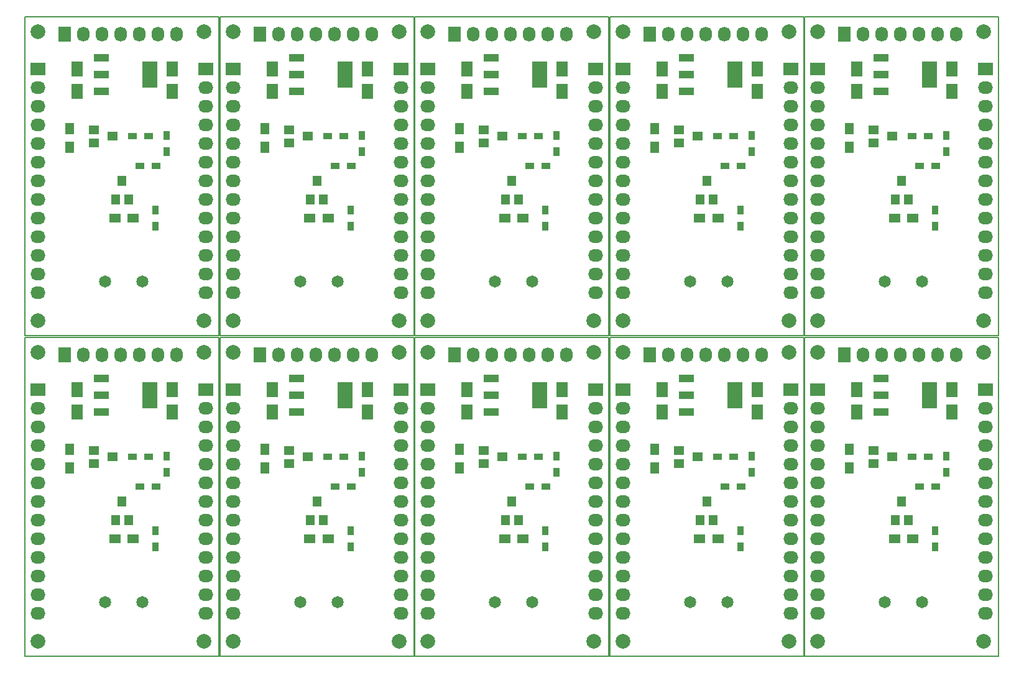
<source format=gbr>
G04 #@! TF.FileFunction,Soldermask,Bot*
%FSLAX46Y46*%
G04 Gerber Fmt 4.6, Leading zero omitted, Abs format (unit mm)*
G04 Created by KiCad (PCBNEW (2015-01-16 BZR 5376)-product) date 6/19/2015 1:22:51 PM*
%MOMM*%
G01*
G04 APERTURE LIST*
%ADD10C,0.100000*%
%ADD11C,0.200000*%
%ADD12R,1.727200X2.032000*%
%ADD13O,1.727200X2.032000*%
%ADD14R,2.032000X3.657600*%
%ADD15R,2.032000X1.016000*%
%ADD16C,1.651000*%
%ADD17R,0.900000X1.200000*%
%ADD18R,1.200000X0.900000*%
%ADD19R,1.168400X1.422400*%
%ADD20R,1.422400X1.168400*%
%ADD21R,2.032000X1.727200*%
%ADD22O,2.032000X1.727200*%
%ADD23R,1.501140X2.148840*%
%ADD24R,1.500000X1.250000*%
%ADD25R,1.250000X1.500000*%
%ADD26C,2.000000*%
G04 APERTURE END LIST*
D10*
D11*
X146685000Y-74676000D02*
X146685000Y-114808000D01*
X173101000Y-114808000D02*
X173101000Y-74676000D01*
X173101000Y-74676000D02*
X146685000Y-74676000D01*
X146685000Y-114808000D02*
X146685000Y-118110000D01*
X146685000Y-118110000D02*
X173101000Y-118110000D01*
X173101000Y-118110000D02*
X173101000Y-114808000D01*
X120142000Y-74676000D02*
X120142000Y-114808000D01*
X146558000Y-114808000D02*
X146558000Y-74676000D01*
X146558000Y-74676000D02*
X120142000Y-74676000D01*
X120142000Y-114808000D02*
X120142000Y-118110000D01*
X120142000Y-118110000D02*
X146558000Y-118110000D01*
X146558000Y-118110000D02*
X146558000Y-114808000D01*
X93599000Y-74676000D02*
X93599000Y-114808000D01*
X120015000Y-114808000D02*
X120015000Y-74676000D01*
X120015000Y-74676000D02*
X93599000Y-74676000D01*
X93599000Y-114808000D02*
X93599000Y-118110000D01*
X93599000Y-118110000D02*
X120015000Y-118110000D01*
X120015000Y-118110000D02*
X120015000Y-114808000D01*
X67056000Y-74676000D02*
X67056000Y-114808000D01*
X93472000Y-114808000D02*
X93472000Y-74676000D01*
X93472000Y-74676000D02*
X67056000Y-74676000D01*
X67056000Y-114808000D02*
X67056000Y-118110000D01*
X67056000Y-118110000D02*
X93472000Y-118110000D01*
X93472000Y-118110000D02*
X93472000Y-114808000D01*
X40513000Y-74676000D02*
X40513000Y-114808000D01*
X66929000Y-114808000D02*
X66929000Y-74676000D01*
X66929000Y-74676000D02*
X40513000Y-74676000D01*
X40513000Y-114808000D02*
X40513000Y-118110000D01*
X40513000Y-118110000D02*
X66929000Y-118110000D01*
X66929000Y-118110000D02*
X66929000Y-114808000D01*
X146685000Y-30988000D02*
X146685000Y-71120000D01*
X173101000Y-71120000D02*
X173101000Y-30988000D01*
X173101000Y-30988000D02*
X146685000Y-30988000D01*
X146685000Y-71120000D02*
X146685000Y-74422000D01*
X146685000Y-74422000D02*
X173101000Y-74422000D01*
X173101000Y-74422000D02*
X173101000Y-71120000D01*
X120142000Y-30988000D02*
X120142000Y-71120000D01*
X146558000Y-71120000D02*
X146558000Y-30988000D01*
X146558000Y-30988000D02*
X120142000Y-30988000D01*
X120142000Y-71120000D02*
X120142000Y-74422000D01*
X120142000Y-74422000D02*
X146558000Y-74422000D01*
X146558000Y-74422000D02*
X146558000Y-71120000D01*
X93599000Y-30988000D02*
X93599000Y-71120000D01*
X120015000Y-71120000D02*
X120015000Y-30988000D01*
X120015000Y-30988000D02*
X93599000Y-30988000D01*
X93599000Y-71120000D02*
X93599000Y-74422000D01*
X93599000Y-74422000D02*
X120015000Y-74422000D01*
X120015000Y-74422000D02*
X120015000Y-71120000D01*
X67056000Y-30988000D02*
X67056000Y-71120000D01*
X93472000Y-71120000D02*
X93472000Y-30988000D01*
X93472000Y-30988000D02*
X67056000Y-30988000D01*
X67056000Y-71120000D02*
X67056000Y-74422000D01*
X67056000Y-74422000D02*
X93472000Y-74422000D01*
X93472000Y-74422000D02*
X93472000Y-71120000D01*
X66929000Y-74422000D02*
X66929000Y-71120000D01*
X40513000Y-74422000D02*
X66929000Y-74422000D01*
X40513000Y-71120000D02*
X40513000Y-74422000D01*
X66929000Y-30988000D02*
X40513000Y-30988000D01*
X66929000Y-71120000D02*
X66929000Y-30988000D01*
X40513000Y-30988000D02*
X40513000Y-71120000D01*
D12*
X152095200Y-77012800D03*
D13*
X154635200Y-77012800D03*
X157175200Y-77012800D03*
X159715200Y-77012800D03*
X162255200Y-77012800D03*
X164795200Y-77012800D03*
X167335200Y-77012800D03*
D14*
X163703000Y-82550000D03*
D15*
X157099000Y-82550000D03*
X157099000Y-80264000D03*
X157099000Y-84836000D03*
D16*
X162687000Y-110744000D03*
X157607000Y-110744000D03*
D17*
X165989000Y-90848000D03*
X165989000Y-93048000D03*
X164465000Y-103208000D03*
X164465000Y-101008000D03*
D18*
X164549000Y-94996000D03*
X162349000Y-94996000D03*
X163533000Y-90932000D03*
X161333000Y-90932000D03*
D19*
X159004000Y-99568000D03*
X160782000Y-99568000D03*
X159893000Y-97028000D03*
D20*
X156083000Y-90043000D03*
X156083000Y-91821000D03*
X158623000Y-90932000D03*
D21*
X148463000Y-81788000D03*
D22*
X148463000Y-84328000D03*
X148463000Y-86868000D03*
X148463000Y-89408000D03*
X148463000Y-91948000D03*
X148463000Y-94488000D03*
X148463000Y-97028000D03*
X148463000Y-99568000D03*
X148463000Y-102108000D03*
X148463000Y-104648000D03*
X148463000Y-107188000D03*
X148463000Y-109728000D03*
X148463000Y-112268000D03*
D21*
X171323000Y-81788000D03*
D22*
X171323000Y-84328000D03*
X171323000Y-86868000D03*
X171323000Y-89408000D03*
X171323000Y-91948000D03*
X171323000Y-94488000D03*
X171323000Y-97028000D03*
X171323000Y-99568000D03*
X171323000Y-102108000D03*
X171323000Y-104648000D03*
X171323000Y-107188000D03*
X171323000Y-109728000D03*
X171323000Y-112268000D03*
D23*
X153797000Y-84813140D03*
X153797000Y-81810860D03*
X166751000Y-84813140D03*
X166751000Y-81810860D03*
D24*
X161397000Y-102108000D03*
X158897000Y-102108000D03*
D25*
X152781000Y-92436000D03*
X152781000Y-89936000D03*
D26*
X171069000Y-116078000D03*
X148463000Y-116078000D03*
X148463000Y-76708000D03*
X171069000Y-76708000D03*
D12*
X125552200Y-77012800D03*
D13*
X128092200Y-77012800D03*
X130632200Y-77012800D03*
X133172200Y-77012800D03*
X135712200Y-77012800D03*
X138252200Y-77012800D03*
X140792200Y-77012800D03*
D14*
X137160000Y-82550000D03*
D15*
X130556000Y-82550000D03*
X130556000Y-80264000D03*
X130556000Y-84836000D03*
D16*
X136144000Y-110744000D03*
X131064000Y-110744000D03*
D17*
X139446000Y-90848000D03*
X139446000Y-93048000D03*
X137922000Y-103208000D03*
X137922000Y-101008000D03*
D18*
X138006000Y-94996000D03*
X135806000Y-94996000D03*
X136990000Y-90932000D03*
X134790000Y-90932000D03*
D19*
X132461000Y-99568000D03*
X134239000Y-99568000D03*
X133350000Y-97028000D03*
D20*
X129540000Y-90043000D03*
X129540000Y-91821000D03*
X132080000Y-90932000D03*
D21*
X121920000Y-81788000D03*
D22*
X121920000Y-84328000D03*
X121920000Y-86868000D03*
X121920000Y-89408000D03*
X121920000Y-91948000D03*
X121920000Y-94488000D03*
X121920000Y-97028000D03*
X121920000Y-99568000D03*
X121920000Y-102108000D03*
X121920000Y-104648000D03*
X121920000Y-107188000D03*
X121920000Y-109728000D03*
X121920000Y-112268000D03*
D21*
X144780000Y-81788000D03*
D22*
X144780000Y-84328000D03*
X144780000Y-86868000D03*
X144780000Y-89408000D03*
X144780000Y-91948000D03*
X144780000Y-94488000D03*
X144780000Y-97028000D03*
X144780000Y-99568000D03*
X144780000Y-102108000D03*
X144780000Y-104648000D03*
X144780000Y-107188000D03*
X144780000Y-109728000D03*
X144780000Y-112268000D03*
D23*
X127254000Y-84813140D03*
X127254000Y-81810860D03*
X140208000Y-84813140D03*
X140208000Y-81810860D03*
D24*
X134854000Y-102108000D03*
X132354000Y-102108000D03*
D25*
X126238000Y-92436000D03*
X126238000Y-89936000D03*
D26*
X144526000Y-116078000D03*
X121920000Y-116078000D03*
X121920000Y-76708000D03*
X144526000Y-76708000D03*
D12*
X99009200Y-77012800D03*
D13*
X101549200Y-77012800D03*
X104089200Y-77012800D03*
X106629200Y-77012800D03*
X109169200Y-77012800D03*
X111709200Y-77012800D03*
X114249200Y-77012800D03*
D14*
X110617000Y-82550000D03*
D15*
X104013000Y-82550000D03*
X104013000Y-80264000D03*
X104013000Y-84836000D03*
D16*
X109601000Y-110744000D03*
X104521000Y-110744000D03*
D17*
X112903000Y-90848000D03*
X112903000Y-93048000D03*
X111379000Y-103208000D03*
X111379000Y-101008000D03*
D18*
X111463000Y-94996000D03*
X109263000Y-94996000D03*
X110447000Y-90932000D03*
X108247000Y-90932000D03*
D19*
X105918000Y-99568000D03*
X107696000Y-99568000D03*
X106807000Y-97028000D03*
D20*
X102997000Y-90043000D03*
X102997000Y-91821000D03*
X105537000Y-90932000D03*
D21*
X95377000Y-81788000D03*
D22*
X95377000Y-84328000D03*
X95377000Y-86868000D03*
X95377000Y-89408000D03*
X95377000Y-91948000D03*
X95377000Y-94488000D03*
X95377000Y-97028000D03*
X95377000Y-99568000D03*
X95377000Y-102108000D03*
X95377000Y-104648000D03*
X95377000Y-107188000D03*
X95377000Y-109728000D03*
X95377000Y-112268000D03*
D21*
X118237000Y-81788000D03*
D22*
X118237000Y-84328000D03*
X118237000Y-86868000D03*
X118237000Y-89408000D03*
X118237000Y-91948000D03*
X118237000Y-94488000D03*
X118237000Y-97028000D03*
X118237000Y-99568000D03*
X118237000Y-102108000D03*
X118237000Y-104648000D03*
X118237000Y-107188000D03*
X118237000Y-109728000D03*
X118237000Y-112268000D03*
D23*
X100711000Y-84813140D03*
X100711000Y-81810860D03*
X113665000Y-84813140D03*
X113665000Y-81810860D03*
D24*
X108311000Y-102108000D03*
X105811000Y-102108000D03*
D25*
X99695000Y-92436000D03*
X99695000Y-89936000D03*
D26*
X117983000Y-116078000D03*
X95377000Y-116078000D03*
X95377000Y-76708000D03*
X117983000Y-76708000D03*
D12*
X72466200Y-77012800D03*
D13*
X75006200Y-77012800D03*
X77546200Y-77012800D03*
X80086200Y-77012800D03*
X82626200Y-77012800D03*
X85166200Y-77012800D03*
X87706200Y-77012800D03*
D14*
X84074000Y-82550000D03*
D15*
X77470000Y-82550000D03*
X77470000Y-80264000D03*
X77470000Y-84836000D03*
D16*
X83058000Y-110744000D03*
X77978000Y-110744000D03*
D17*
X86360000Y-90848000D03*
X86360000Y-93048000D03*
X84836000Y-103208000D03*
X84836000Y-101008000D03*
D18*
X84920000Y-94996000D03*
X82720000Y-94996000D03*
X83904000Y-90932000D03*
X81704000Y-90932000D03*
D19*
X79375000Y-99568000D03*
X81153000Y-99568000D03*
X80264000Y-97028000D03*
D20*
X76454000Y-90043000D03*
X76454000Y-91821000D03*
X78994000Y-90932000D03*
D21*
X68834000Y-81788000D03*
D22*
X68834000Y-84328000D03*
X68834000Y-86868000D03*
X68834000Y-89408000D03*
X68834000Y-91948000D03*
X68834000Y-94488000D03*
X68834000Y-97028000D03*
X68834000Y-99568000D03*
X68834000Y-102108000D03*
X68834000Y-104648000D03*
X68834000Y-107188000D03*
X68834000Y-109728000D03*
X68834000Y-112268000D03*
D21*
X91694000Y-81788000D03*
D22*
X91694000Y-84328000D03*
X91694000Y-86868000D03*
X91694000Y-89408000D03*
X91694000Y-91948000D03*
X91694000Y-94488000D03*
X91694000Y-97028000D03*
X91694000Y-99568000D03*
X91694000Y-102108000D03*
X91694000Y-104648000D03*
X91694000Y-107188000D03*
X91694000Y-109728000D03*
X91694000Y-112268000D03*
D23*
X74168000Y-84813140D03*
X74168000Y-81810860D03*
X87122000Y-84813140D03*
X87122000Y-81810860D03*
D24*
X81768000Y-102108000D03*
X79268000Y-102108000D03*
D25*
X73152000Y-92436000D03*
X73152000Y-89936000D03*
D26*
X91440000Y-116078000D03*
X68834000Y-116078000D03*
X68834000Y-76708000D03*
X91440000Y-76708000D03*
D12*
X45923200Y-77012800D03*
D13*
X48463200Y-77012800D03*
X51003200Y-77012800D03*
X53543200Y-77012800D03*
X56083200Y-77012800D03*
X58623200Y-77012800D03*
X61163200Y-77012800D03*
D14*
X57531000Y-82550000D03*
D15*
X50927000Y-82550000D03*
X50927000Y-80264000D03*
X50927000Y-84836000D03*
D16*
X56515000Y-110744000D03*
X51435000Y-110744000D03*
D17*
X59817000Y-90848000D03*
X59817000Y-93048000D03*
X58293000Y-103208000D03*
X58293000Y-101008000D03*
D18*
X58377000Y-94996000D03*
X56177000Y-94996000D03*
X57361000Y-90932000D03*
X55161000Y-90932000D03*
D19*
X52832000Y-99568000D03*
X54610000Y-99568000D03*
X53721000Y-97028000D03*
D20*
X49911000Y-90043000D03*
X49911000Y-91821000D03*
X52451000Y-90932000D03*
D21*
X42291000Y-81788000D03*
D22*
X42291000Y-84328000D03*
X42291000Y-86868000D03*
X42291000Y-89408000D03*
X42291000Y-91948000D03*
X42291000Y-94488000D03*
X42291000Y-97028000D03*
X42291000Y-99568000D03*
X42291000Y-102108000D03*
X42291000Y-104648000D03*
X42291000Y-107188000D03*
X42291000Y-109728000D03*
X42291000Y-112268000D03*
D21*
X65151000Y-81788000D03*
D22*
X65151000Y-84328000D03*
X65151000Y-86868000D03*
X65151000Y-89408000D03*
X65151000Y-91948000D03*
X65151000Y-94488000D03*
X65151000Y-97028000D03*
X65151000Y-99568000D03*
X65151000Y-102108000D03*
X65151000Y-104648000D03*
X65151000Y-107188000D03*
X65151000Y-109728000D03*
X65151000Y-112268000D03*
D23*
X47625000Y-84813140D03*
X47625000Y-81810860D03*
X60579000Y-84813140D03*
X60579000Y-81810860D03*
D24*
X55225000Y-102108000D03*
X52725000Y-102108000D03*
D25*
X46609000Y-92436000D03*
X46609000Y-89936000D03*
D26*
X64897000Y-116078000D03*
X42291000Y-116078000D03*
X42291000Y-76708000D03*
X64897000Y-76708000D03*
D12*
X152095200Y-33324800D03*
D13*
X154635200Y-33324800D03*
X157175200Y-33324800D03*
X159715200Y-33324800D03*
X162255200Y-33324800D03*
X164795200Y-33324800D03*
X167335200Y-33324800D03*
D14*
X163703000Y-38862000D03*
D15*
X157099000Y-38862000D03*
X157099000Y-36576000D03*
X157099000Y-41148000D03*
D16*
X162687000Y-67056000D03*
X157607000Y-67056000D03*
D17*
X165989000Y-47160000D03*
X165989000Y-49360000D03*
X164465000Y-59520000D03*
X164465000Y-57320000D03*
D18*
X164549000Y-51308000D03*
X162349000Y-51308000D03*
X163533000Y-47244000D03*
X161333000Y-47244000D03*
D19*
X159004000Y-55880000D03*
X160782000Y-55880000D03*
X159893000Y-53340000D03*
D20*
X156083000Y-46355000D03*
X156083000Y-48133000D03*
X158623000Y-47244000D03*
D21*
X148463000Y-38100000D03*
D22*
X148463000Y-40640000D03*
X148463000Y-43180000D03*
X148463000Y-45720000D03*
X148463000Y-48260000D03*
X148463000Y-50800000D03*
X148463000Y-53340000D03*
X148463000Y-55880000D03*
X148463000Y-58420000D03*
X148463000Y-60960000D03*
X148463000Y-63500000D03*
X148463000Y-66040000D03*
X148463000Y-68580000D03*
D21*
X171323000Y-38100000D03*
D22*
X171323000Y-40640000D03*
X171323000Y-43180000D03*
X171323000Y-45720000D03*
X171323000Y-48260000D03*
X171323000Y-50800000D03*
X171323000Y-53340000D03*
X171323000Y-55880000D03*
X171323000Y-58420000D03*
X171323000Y-60960000D03*
X171323000Y-63500000D03*
X171323000Y-66040000D03*
X171323000Y-68580000D03*
D23*
X153797000Y-41125140D03*
X153797000Y-38122860D03*
X166751000Y-41125140D03*
X166751000Y-38122860D03*
D24*
X161397000Y-58420000D03*
X158897000Y-58420000D03*
D25*
X152781000Y-48748000D03*
X152781000Y-46248000D03*
D26*
X171069000Y-72390000D03*
X148463000Y-72390000D03*
X148463000Y-33020000D03*
X171069000Y-33020000D03*
D12*
X125552200Y-33324800D03*
D13*
X128092200Y-33324800D03*
X130632200Y-33324800D03*
X133172200Y-33324800D03*
X135712200Y-33324800D03*
X138252200Y-33324800D03*
X140792200Y-33324800D03*
D14*
X137160000Y-38862000D03*
D15*
X130556000Y-38862000D03*
X130556000Y-36576000D03*
X130556000Y-41148000D03*
D16*
X136144000Y-67056000D03*
X131064000Y-67056000D03*
D17*
X139446000Y-47160000D03*
X139446000Y-49360000D03*
X137922000Y-59520000D03*
X137922000Y-57320000D03*
D18*
X138006000Y-51308000D03*
X135806000Y-51308000D03*
X136990000Y-47244000D03*
X134790000Y-47244000D03*
D19*
X132461000Y-55880000D03*
X134239000Y-55880000D03*
X133350000Y-53340000D03*
D20*
X129540000Y-46355000D03*
X129540000Y-48133000D03*
X132080000Y-47244000D03*
D21*
X121920000Y-38100000D03*
D22*
X121920000Y-40640000D03*
X121920000Y-43180000D03*
X121920000Y-45720000D03*
X121920000Y-48260000D03*
X121920000Y-50800000D03*
X121920000Y-53340000D03*
X121920000Y-55880000D03*
X121920000Y-58420000D03*
X121920000Y-60960000D03*
X121920000Y-63500000D03*
X121920000Y-66040000D03*
X121920000Y-68580000D03*
D21*
X144780000Y-38100000D03*
D22*
X144780000Y-40640000D03*
X144780000Y-43180000D03*
X144780000Y-45720000D03*
X144780000Y-48260000D03*
X144780000Y-50800000D03*
X144780000Y-53340000D03*
X144780000Y-55880000D03*
X144780000Y-58420000D03*
X144780000Y-60960000D03*
X144780000Y-63500000D03*
X144780000Y-66040000D03*
X144780000Y-68580000D03*
D23*
X127254000Y-41125140D03*
X127254000Y-38122860D03*
X140208000Y-41125140D03*
X140208000Y-38122860D03*
D24*
X134854000Y-58420000D03*
X132354000Y-58420000D03*
D25*
X126238000Y-48748000D03*
X126238000Y-46248000D03*
D26*
X144526000Y-72390000D03*
X121920000Y-72390000D03*
X121920000Y-33020000D03*
X144526000Y-33020000D03*
D12*
X99009200Y-33324800D03*
D13*
X101549200Y-33324800D03*
X104089200Y-33324800D03*
X106629200Y-33324800D03*
X109169200Y-33324800D03*
X111709200Y-33324800D03*
X114249200Y-33324800D03*
D14*
X110617000Y-38862000D03*
D15*
X104013000Y-38862000D03*
X104013000Y-36576000D03*
X104013000Y-41148000D03*
D16*
X109601000Y-67056000D03*
X104521000Y-67056000D03*
D17*
X112903000Y-47160000D03*
X112903000Y-49360000D03*
X111379000Y-59520000D03*
X111379000Y-57320000D03*
D18*
X111463000Y-51308000D03*
X109263000Y-51308000D03*
X110447000Y-47244000D03*
X108247000Y-47244000D03*
D19*
X105918000Y-55880000D03*
X107696000Y-55880000D03*
X106807000Y-53340000D03*
D20*
X102997000Y-46355000D03*
X102997000Y-48133000D03*
X105537000Y-47244000D03*
D21*
X95377000Y-38100000D03*
D22*
X95377000Y-40640000D03*
X95377000Y-43180000D03*
X95377000Y-45720000D03*
X95377000Y-48260000D03*
X95377000Y-50800000D03*
X95377000Y-53340000D03*
X95377000Y-55880000D03*
X95377000Y-58420000D03*
X95377000Y-60960000D03*
X95377000Y-63500000D03*
X95377000Y-66040000D03*
X95377000Y-68580000D03*
D21*
X118237000Y-38100000D03*
D22*
X118237000Y-40640000D03*
X118237000Y-43180000D03*
X118237000Y-45720000D03*
X118237000Y-48260000D03*
X118237000Y-50800000D03*
X118237000Y-53340000D03*
X118237000Y-55880000D03*
X118237000Y-58420000D03*
X118237000Y-60960000D03*
X118237000Y-63500000D03*
X118237000Y-66040000D03*
X118237000Y-68580000D03*
D23*
X100711000Y-41125140D03*
X100711000Y-38122860D03*
X113665000Y-41125140D03*
X113665000Y-38122860D03*
D24*
X108311000Y-58420000D03*
X105811000Y-58420000D03*
D25*
X99695000Y-48748000D03*
X99695000Y-46248000D03*
D26*
X117983000Y-72390000D03*
X95377000Y-72390000D03*
X95377000Y-33020000D03*
X117983000Y-33020000D03*
D12*
X72466200Y-33324800D03*
D13*
X75006200Y-33324800D03*
X77546200Y-33324800D03*
X80086200Y-33324800D03*
X82626200Y-33324800D03*
X85166200Y-33324800D03*
X87706200Y-33324800D03*
D14*
X84074000Y-38862000D03*
D15*
X77470000Y-38862000D03*
X77470000Y-36576000D03*
X77470000Y-41148000D03*
D16*
X83058000Y-67056000D03*
X77978000Y-67056000D03*
D17*
X86360000Y-47160000D03*
X86360000Y-49360000D03*
X84836000Y-59520000D03*
X84836000Y-57320000D03*
D18*
X84920000Y-51308000D03*
X82720000Y-51308000D03*
X83904000Y-47244000D03*
X81704000Y-47244000D03*
D19*
X79375000Y-55880000D03*
X81153000Y-55880000D03*
X80264000Y-53340000D03*
D20*
X76454000Y-46355000D03*
X76454000Y-48133000D03*
X78994000Y-47244000D03*
D21*
X68834000Y-38100000D03*
D22*
X68834000Y-40640000D03*
X68834000Y-43180000D03*
X68834000Y-45720000D03*
X68834000Y-48260000D03*
X68834000Y-50800000D03*
X68834000Y-53340000D03*
X68834000Y-55880000D03*
X68834000Y-58420000D03*
X68834000Y-60960000D03*
X68834000Y-63500000D03*
X68834000Y-66040000D03*
X68834000Y-68580000D03*
D21*
X91694000Y-38100000D03*
D22*
X91694000Y-40640000D03*
X91694000Y-43180000D03*
X91694000Y-45720000D03*
X91694000Y-48260000D03*
X91694000Y-50800000D03*
X91694000Y-53340000D03*
X91694000Y-55880000D03*
X91694000Y-58420000D03*
X91694000Y-60960000D03*
X91694000Y-63500000D03*
X91694000Y-66040000D03*
X91694000Y-68580000D03*
D23*
X74168000Y-41125140D03*
X74168000Y-38122860D03*
X87122000Y-41125140D03*
X87122000Y-38122860D03*
D24*
X81768000Y-58420000D03*
X79268000Y-58420000D03*
D25*
X73152000Y-48748000D03*
X73152000Y-46248000D03*
D26*
X91440000Y-72390000D03*
X68834000Y-72390000D03*
X68834000Y-33020000D03*
X91440000Y-33020000D03*
X64897000Y-33020000D03*
X42291000Y-33020000D03*
X42291000Y-72390000D03*
X64897000Y-72390000D03*
D25*
X46609000Y-48748000D03*
X46609000Y-46248000D03*
D24*
X55225000Y-58420000D03*
X52725000Y-58420000D03*
D23*
X60579000Y-41125140D03*
X60579000Y-38122860D03*
X47625000Y-41125140D03*
X47625000Y-38122860D03*
D21*
X65151000Y-38100000D03*
D22*
X65151000Y-40640000D03*
X65151000Y-43180000D03*
X65151000Y-45720000D03*
X65151000Y-48260000D03*
X65151000Y-50800000D03*
X65151000Y-53340000D03*
X65151000Y-55880000D03*
X65151000Y-58420000D03*
X65151000Y-60960000D03*
X65151000Y-63500000D03*
X65151000Y-66040000D03*
X65151000Y-68580000D03*
D21*
X42291000Y-38100000D03*
D22*
X42291000Y-40640000D03*
X42291000Y-43180000D03*
X42291000Y-45720000D03*
X42291000Y-48260000D03*
X42291000Y-50800000D03*
X42291000Y-53340000D03*
X42291000Y-55880000D03*
X42291000Y-58420000D03*
X42291000Y-60960000D03*
X42291000Y-63500000D03*
X42291000Y-66040000D03*
X42291000Y-68580000D03*
D20*
X49911000Y-46355000D03*
X49911000Y-48133000D03*
X52451000Y-47244000D03*
D19*
X52832000Y-55880000D03*
X54610000Y-55880000D03*
X53721000Y-53340000D03*
D18*
X57361000Y-47244000D03*
X55161000Y-47244000D03*
X58377000Y-51308000D03*
X56177000Y-51308000D03*
D17*
X58293000Y-59520000D03*
X58293000Y-57320000D03*
X59817000Y-47160000D03*
X59817000Y-49360000D03*
D16*
X56515000Y-67056000D03*
X51435000Y-67056000D03*
D14*
X57531000Y-38862000D03*
D15*
X50927000Y-38862000D03*
X50927000Y-36576000D03*
X50927000Y-41148000D03*
D12*
X45923200Y-33324800D03*
D13*
X48463200Y-33324800D03*
X51003200Y-33324800D03*
X53543200Y-33324800D03*
X56083200Y-33324800D03*
X58623200Y-33324800D03*
X61163200Y-33324800D03*
M02*

</source>
